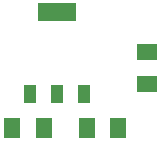
<source format=gbr>
%TF.GenerationSoftware,KiCad,Pcbnew,6.0.0*%
%TF.CreationDate,2022-01-29T03:06:04+03:00*%
%TF.ProjectId,pump,70756d70-2e6b-4696-9361-645f70636258,rev?*%
%TF.SameCoordinates,Original*%
%TF.FileFunction,Paste,Top*%
%TF.FilePolarity,Positive*%
%FSLAX46Y46*%
G04 Gerber Fmt 4.6, Leading zero omitted, Abs format (unit mm)*
G04 Created by KiCad (PCBNEW 6.0.0) date 2022-01-29 03:06:04*
%MOMM*%
%LPD*%
G01*
G04 APERTURE LIST*
%ADD10R,1.000000X1.500000*%
%ADD11R,3.240000X1.500000*%
%ADD12R,1.820000X1.440000*%
%ADD13R,1.440000X1.820000*%
G04 APERTURE END LIST*
D10*
%TO.C,U1*%
X94865000Y-73980000D03*
X97155000Y-73980000D03*
X99445000Y-73980000D03*
D11*
X97155000Y-66990000D03*
%TD*%
D12*
%TO.C,C6*%
X104775000Y-70419000D03*
X104775000Y-73091000D03*
%TD*%
D13*
%TO.C,C3*%
X96017000Y-76835000D03*
X93345000Y-76835000D03*
%TD*%
%TO.C,C1*%
X99629000Y-76835000D03*
X102301000Y-76835000D03*
%TD*%
M02*

</source>
